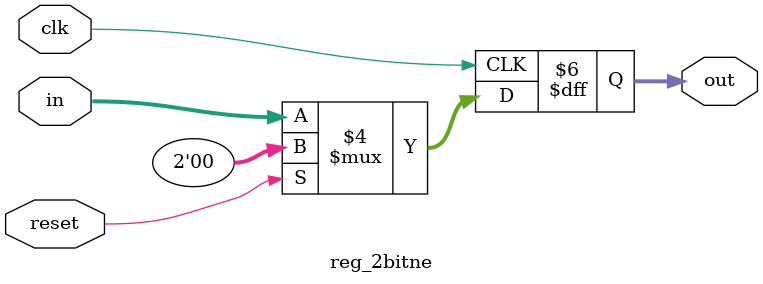
<source format=v>
module reg_2bitne(out, in, reset, clk);

output 	[1:0] 	out;
reg 		[1:0] 	out;
input  	[1:0] 	in;
input 			clk, reset;

always @(posedge clk)

begin
	if(reset == 1'b1)
		out <= 0;
	else
		out <= in;
end

endmodule
</source>
